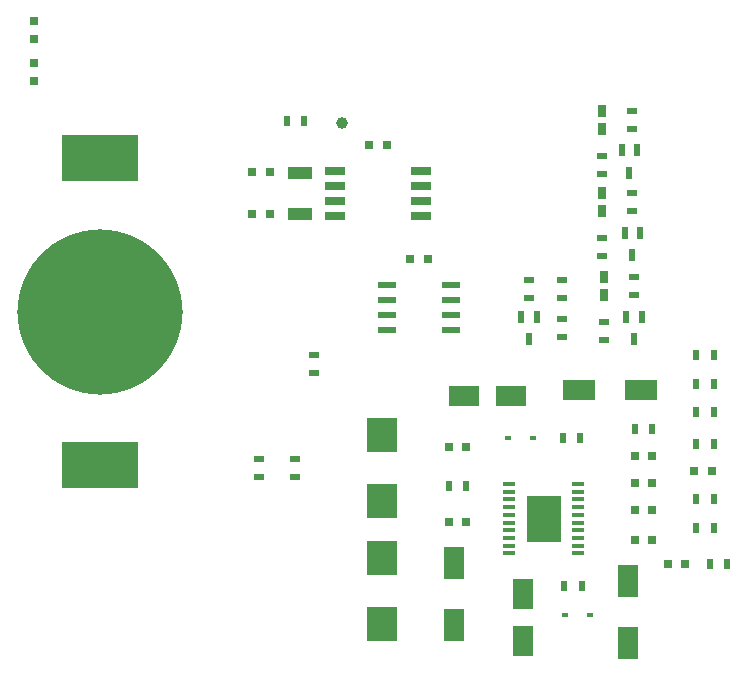
<source format=gbr>
G04 #@! TF.FileFunction,Paste,Top*
%FSLAX46Y46*%
G04 Gerber Fmt 4.6, Leading zero omitted, Abs format (unit mm)*
G04 Created by KiCad (PCBNEW 4.1.0-alpha+201607200716+6988~46~ubuntu16.04.1-product) date Thu Jul 21 11:47:31 2016*
%MOMM*%
%LPD*%
G01*
G04 APERTURE LIST*
%ADD10C,0.100000*%
%ADD11R,2.000000X1.100000*%
%ADD12R,1.000000X0.400000*%
%ADD13R,3.000000X4.000000*%
%ADD14R,0.500000X0.900000*%
%ADD15R,0.900000X0.500000*%
%ADD16R,0.599440X1.000760*%
%ADD17C,1.000000*%
%ADD18R,2.500000X3.000000*%
%ADD19R,1.550000X0.600000*%
%ADD20R,0.590000X0.450000*%
%ADD21R,1.800860X2.499360*%
%ADD22R,2.499360X1.800860*%
%ADD23R,0.797560X1.000000*%
%ADD24R,1.800860X2.750820*%
%ADD25R,0.800000X0.750000*%
%ADD26R,2.750820X1.800860*%
%ADD27R,0.750000X0.800000*%
%ADD28R,6.500000X4.000000*%
%ADD29C,14.000000*%
%ADD30R,1.700000X0.650000*%
G04 APERTURE END LIST*
D10*
D11*
X133985000Y-64671000D03*
X133985000Y-68171000D03*
D12*
X151714000Y-91055000D03*
X151714000Y-91705000D03*
X151714000Y-92355000D03*
X151714000Y-93005000D03*
X151714000Y-93655000D03*
X151714000Y-94305000D03*
X151714000Y-94955000D03*
X151714000Y-95605000D03*
X151714000Y-96255000D03*
X151714000Y-96905000D03*
X157514000Y-96905000D03*
X157514000Y-96255000D03*
X157514000Y-95605000D03*
X157514000Y-94955000D03*
X157514000Y-94305000D03*
X157514000Y-93655000D03*
X157514000Y-93005000D03*
X157514000Y-92355000D03*
X157514000Y-91705000D03*
X157514000Y-91055000D03*
D13*
X154614000Y-93980000D03*
D14*
X146570000Y-91186000D03*
X148070000Y-91186000D03*
X168668000Y-97790000D03*
X170168000Y-97790000D03*
X169025000Y-84963000D03*
X167525000Y-84963000D03*
X167525000Y-94742000D03*
X169025000Y-94742000D03*
X169025000Y-92329000D03*
X167525000Y-92329000D03*
X167525000Y-87630000D03*
X169025000Y-87630000D03*
X167525000Y-80137000D03*
X169025000Y-80137000D03*
X167525000Y-82550000D03*
X169025000Y-82550000D03*
X162318000Y-86360000D03*
X163818000Y-86360000D03*
X156222000Y-87122000D03*
X157722000Y-87122000D03*
D15*
X159583000Y-71743000D03*
X159583000Y-70243000D03*
X135199000Y-81649000D03*
X135199000Y-80149000D03*
X162123000Y-67933000D03*
X162123000Y-66433000D03*
X133532000Y-90412000D03*
X133532000Y-88912000D03*
X130484000Y-90412000D03*
X130484000Y-88912000D03*
X159710000Y-78855000D03*
X159710000Y-77355000D03*
X162250000Y-75045000D03*
X162250000Y-73545000D03*
X159583000Y-64758000D03*
X159583000Y-63258000D03*
X156154000Y-73799000D03*
X156154000Y-75299000D03*
X156154000Y-78601000D03*
X156154000Y-77101000D03*
X162123000Y-60948000D03*
X162123000Y-59448000D03*
X153360000Y-75299000D03*
X153360000Y-73799000D03*
D14*
X132854000Y-60325000D03*
X134354000Y-60325000D03*
D16*
X161472760Y-69789040D03*
X162773240Y-69789040D03*
X162123000Y-71688960D03*
X161599760Y-76901040D03*
X162900240Y-76901040D03*
X162250000Y-78800960D03*
X161218760Y-62804040D03*
X162519240Y-62804040D03*
X161869000Y-64703960D03*
X152709760Y-76901040D03*
X154010240Y-76901040D03*
X153360000Y-78800960D03*
D17*
X137541000Y-60452000D03*
D18*
X140898000Y-102876000D03*
X140898000Y-97276000D03*
X140898000Y-92462000D03*
X140898000Y-86862000D03*
D19*
X141389000Y-74168000D03*
X141389000Y-75438000D03*
X141389000Y-76708000D03*
X141389000Y-77978000D03*
X146789000Y-77978000D03*
X146789000Y-76708000D03*
X146789000Y-75438000D03*
X146789000Y-74168000D03*
D20*
X158535000Y-102108000D03*
X156425000Y-102108000D03*
D21*
X152908000Y-100363020D03*
X152908000Y-104360980D03*
D22*
X147861020Y-83566000D03*
X151858980Y-83566000D03*
D20*
X153709000Y-87122000D03*
X151599000Y-87122000D03*
D23*
X159583000Y-67932300D03*
X159583000Y-66433700D03*
X159710000Y-75044300D03*
X159710000Y-73545700D03*
X159583000Y-60947300D03*
X159583000Y-59448700D03*
D24*
X147066000Y-102953820D03*
X147066000Y-97706180D03*
D25*
X146570000Y-94234000D03*
X148070000Y-94234000D03*
X165112000Y-97790000D03*
X166612000Y-97790000D03*
X162318000Y-95758000D03*
X163818000Y-95758000D03*
X162318000Y-93218000D03*
X163818000Y-93218000D03*
X167335000Y-89916000D03*
X168835000Y-89916000D03*
X162318000Y-88646000D03*
X163818000Y-88646000D03*
X162318000Y-90932000D03*
X163818000Y-90932000D03*
X148070000Y-87884000D03*
X146570000Y-87884000D03*
D26*
X162841820Y-83058000D03*
X157594180Y-83058000D03*
D24*
X161798000Y-104477820D03*
X161798000Y-99230180D03*
D25*
X144839000Y-72009000D03*
X143339000Y-72009000D03*
D27*
X111506000Y-53328000D03*
X111506000Y-51828000D03*
D25*
X139839000Y-62357000D03*
X141339000Y-62357000D03*
X131433000Y-68199000D03*
X129933000Y-68199000D03*
X131433000Y-64643000D03*
X129933000Y-64643000D03*
D27*
X111506000Y-55384000D03*
X111506000Y-56884000D03*
D28*
X117094000Y-63454000D03*
X117094000Y-89454000D03*
D29*
X117094000Y-76454000D03*
D30*
X136939000Y-64516000D03*
X136939000Y-65786000D03*
X136939000Y-67056000D03*
X136939000Y-68326000D03*
X144239000Y-68326000D03*
X144239000Y-67056000D03*
X144239000Y-65786000D03*
X144239000Y-64516000D03*
D14*
X157849000Y-99695000D03*
X156349000Y-99695000D03*
M02*

</source>
